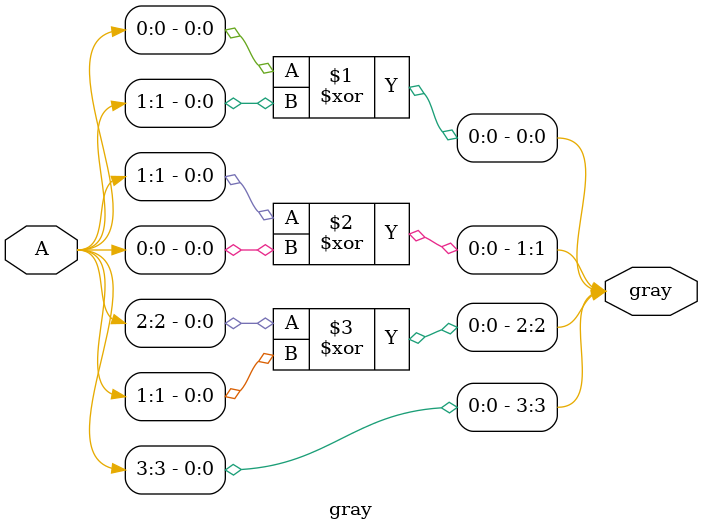
<source format=v>
module gray(
	input [3:0] A,
	output [3:0] gray);

assign gray[0] = A[0]^A[1];
assign gray[1] = A[1]^A[0];
assign gray[2] = A[2]^A[1];
assign gray[3] = A[3];

endmodule


</source>
